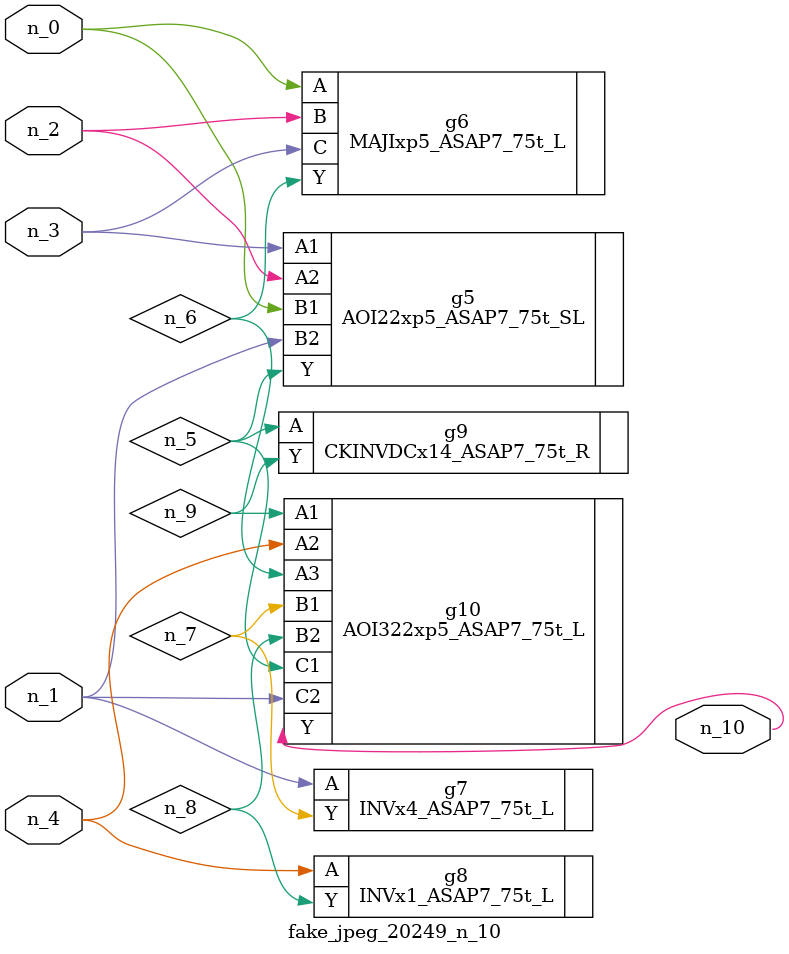
<source format=v>
module fake_jpeg_20249_n_10 (n_3, n_2, n_1, n_0, n_4, n_10);

input n_3;
input n_2;
input n_1;
input n_0;
input n_4;

output n_10;

wire n_8;
wire n_9;
wire n_6;
wire n_5;
wire n_7;

AOI22xp5_ASAP7_75t_SL g5 ( 
.A1(n_3),
.A2(n_2),
.B1(n_0),
.B2(n_1),
.Y(n_5)
);

MAJIxp5_ASAP7_75t_L g6 ( 
.A(n_0),
.B(n_2),
.C(n_3),
.Y(n_6)
);

INVx4_ASAP7_75t_L g7 ( 
.A(n_1),
.Y(n_7)
);

INVx1_ASAP7_75t_L g8 ( 
.A(n_4),
.Y(n_8)
);

CKINVDCx14_ASAP7_75t_R g9 ( 
.A(n_5),
.Y(n_9)
);

AOI322xp5_ASAP7_75t_L g10 ( 
.A1(n_9),
.A2(n_4),
.A3(n_6),
.B1(n_7),
.B2(n_8),
.C1(n_5),
.C2(n_1),
.Y(n_10)
);


endmodule
</source>
